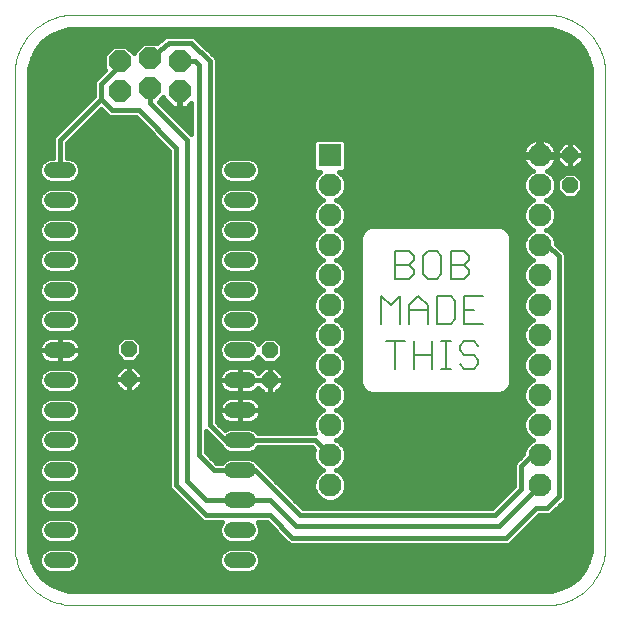
<source format=gtl>
G75*
G70*
%OFA0B0*%
%FSLAX24Y24*%
%IPPOS*%
%LPD*%
%AMOC8*
5,1,8,0,0,1.08239X$1,22.5*
%
%ADD10C,0.0000*%
%ADD11C,0.0080*%
%ADD12OC8,0.0740*%
%ADD13C,0.0520*%
%ADD14R,0.0768X0.0768*%
%ADD15C,0.0768*%
%ADD16OC8,0.0520*%
%ADD17C,0.0160*%
D10*
X003656Y003649D02*
X003656Y019397D01*
X003658Y019491D01*
X003665Y019584D01*
X003676Y019677D01*
X003692Y019770D01*
X003712Y019861D01*
X003736Y019952D01*
X003764Y020041D01*
X003797Y020129D01*
X003834Y020215D01*
X003875Y020299D01*
X003920Y020382D01*
X003969Y020462D01*
X004021Y020539D01*
X004077Y020614D01*
X004137Y020686D01*
X004200Y020756D01*
X004266Y020822D01*
X004336Y020885D01*
X004408Y020945D01*
X004483Y021001D01*
X004560Y021053D01*
X004641Y021102D01*
X004723Y021147D01*
X004807Y021188D01*
X004893Y021225D01*
X004981Y021258D01*
X005070Y021286D01*
X005161Y021310D01*
X005252Y021330D01*
X005345Y021346D01*
X005438Y021357D01*
X005531Y021364D01*
X005625Y021366D01*
X005625Y021365D02*
X021373Y021365D01*
X021373Y021366D02*
X021467Y021364D01*
X021560Y021357D01*
X021653Y021346D01*
X021746Y021330D01*
X021837Y021310D01*
X021928Y021286D01*
X022017Y021258D01*
X022105Y021225D01*
X022191Y021188D01*
X022275Y021147D01*
X022358Y021102D01*
X022438Y021053D01*
X022515Y021001D01*
X022590Y020945D01*
X022662Y020885D01*
X022732Y020822D01*
X022798Y020756D01*
X022861Y020686D01*
X022921Y020614D01*
X022977Y020539D01*
X023029Y020462D01*
X023078Y020382D01*
X023123Y020299D01*
X023164Y020215D01*
X023201Y020129D01*
X023234Y020041D01*
X023262Y019952D01*
X023286Y019861D01*
X023306Y019770D01*
X023322Y019677D01*
X023333Y019584D01*
X023340Y019491D01*
X023342Y019397D01*
X023341Y019397D02*
X023341Y003649D01*
X023342Y003649D02*
X023340Y003555D01*
X023333Y003462D01*
X023322Y003369D01*
X023306Y003276D01*
X023286Y003185D01*
X023262Y003094D01*
X023234Y003005D01*
X023201Y002917D01*
X023164Y002831D01*
X023123Y002747D01*
X023078Y002665D01*
X023029Y002584D01*
X022977Y002507D01*
X022921Y002432D01*
X022861Y002360D01*
X022798Y002290D01*
X022732Y002224D01*
X022662Y002161D01*
X022590Y002101D01*
X022515Y002045D01*
X022438Y001993D01*
X022358Y001944D01*
X022275Y001899D01*
X022191Y001858D01*
X022105Y001821D01*
X022017Y001788D01*
X021928Y001760D01*
X021837Y001736D01*
X021746Y001716D01*
X021653Y001700D01*
X021560Y001689D01*
X021467Y001682D01*
X021373Y001680D01*
X005625Y001680D01*
X005528Y001682D01*
X005432Y001689D01*
X005336Y001701D01*
X005241Y001718D01*
X005147Y001739D01*
X005053Y001765D01*
X004962Y001795D01*
X004871Y001830D01*
X004783Y001869D01*
X004697Y001912D01*
X004613Y001960D01*
X004531Y002012D01*
X004452Y002067D01*
X004376Y002127D01*
X004303Y002190D01*
X004233Y002257D01*
X004166Y002327D01*
X004103Y002400D01*
X004043Y002476D01*
X003988Y002555D01*
X003936Y002637D01*
X003888Y002721D01*
X003845Y002807D01*
X003806Y002895D01*
X003771Y002986D01*
X003741Y003077D01*
X003715Y003171D01*
X003694Y003265D01*
X003677Y003360D01*
X003665Y003456D01*
X003658Y003552D01*
X003656Y003649D01*
D11*
X015880Y011063D02*
X015880Y011983D01*
X016187Y011676D01*
X016494Y011983D01*
X016494Y011063D01*
X016801Y011063D02*
X016801Y011676D01*
X017108Y011983D01*
X017415Y011676D01*
X017415Y011063D01*
X017722Y011063D02*
X018182Y011063D01*
X018336Y011216D01*
X018336Y011830D01*
X018182Y011983D01*
X017722Y011983D01*
X017722Y011063D01*
X017415Y011523D02*
X016801Y011523D01*
X016801Y012563D02*
X016341Y012563D01*
X016341Y013483D01*
X016801Y013483D01*
X016955Y013330D01*
X016955Y013176D01*
X016801Y013023D01*
X016341Y013023D01*
X016801Y013023D02*
X016955Y012869D01*
X016955Y012716D01*
X016801Y012563D01*
X017262Y012716D02*
X017415Y012563D01*
X017722Y012563D01*
X017875Y012716D01*
X017875Y013330D01*
X017722Y013483D01*
X017415Y013483D01*
X017262Y013330D01*
X017262Y012716D01*
X018182Y012563D02*
X018182Y013483D01*
X018643Y013483D01*
X018796Y013330D01*
X018796Y013176D01*
X018643Y013023D01*
X018182Y013023D01*
X018182Y012563D02*
X018643Y012563D01*
X018796Y012716D01*
X018796Y012869D01*
X018643Y013023D01*
X018643Y011983D02*
X018643Y011063D01*
X019257Y011063D01*
X018950Y011523D02*
X018643Y011523D01*
X018643Y011983D02*
X019257Y011983D01*
X018950Y010483D02*
X018643Y010483D01*
X018489Y010330D01*
X018489Y010176D01*
X018643Y010023D01*
X018950Y010023D01*
X019103Y009869D01*
X019103Y009716D01*
X018950Y009563D01*
X018643Y009563D01*
X018489Y009716D01*
X018182Y009563D02*
X017875Y009563D01*
X018029Y009563D02*
X018029Y010483D01*
X018182Y010483D02*
X017875Y010483D01*
X017569Y010483D02*
X017569Y009563D01*
X017569Y010023D02*
X016955Y010023D01*
X016955Y009563D02*
X016955Y010483D01*
X016648Y010483D02*
X016034Y010483D01*
X016341Y010483D02*
X016341Y009563D01*
X018950Y010483D02*
X019103Y010330D01*
D12*
X009156Y018805D03*
X009156Y019805D03*
X008156Y019905D03*
X007156Y019805D03*
X007156Y018805D03*
X008156Y018905D03*
D13*
X005416Y016180D02*
X004896Y016180D01*
X004896Y015180D02*
X005416Y015180D01*
X005416Y014180D02*
X004896Y014180D01*
X004896Y013180D02*
X005416Y013180D01*
X005416Y012180D02*
X004896Y012180D01*
X004896Y011180D02*
X005416Y011180D01*
X005416Y010180D02*
X004896Y010180D01*
X004896Y009180D02*
X005416Y009180D01*
X005416Y008180D02*
X004896Y008180D01*
X004896Y007180D02*
X005416Y007180D01*
X005416Y006180D02*
X004896Y006180D01*
X004896Y005180D02*
X005416Y005180D01*
X005416Y004180D02*
X004896Y004180D01*
X004896Y003180D02*
X005416Y003180D01*
X010896Y003180D02*
X011416Y003180D01*
X011416Y004180D02*
X010896Y004180D01*
X010896Y005180D02*
X011416Y005180D01*
X011416Y006180D02*
X010896Y006180D01*
X010896Y007180D02*
X011416Y007180D01*
X011416Y008180D02*
X010896Y008180D01*
X010896Y009180D02*
X011416Y009180D01*
X011416Y010180D02*
X010896Y010180D01*
X010896Y011180D02*
X011416Y011180D01*
X011416Y012180D02*
X010896Y012180D01*
X010896Y013180D02*
X011416Y013180D01*
X011416Y014180D02*
X010896Y014180D01*
X010896Y015180D02*
X011416Y015180D01*
X011416Y016180D02*
X010896Y016180D01*
D14*
X014156Y016680D03*
D15*
X014156Y015680D03*
X014156Y014680D03*
X014156Y013680D03*
X014156Y012680D03*
X014156Y011680D03*
X014156Y010680D03*
X014156Y009680D03*
X014156Y008680D03*
X014156Y007680D03*
X014156Y006680D03*
X014156Y005680D03*
X021156Y005680D03*
X021156Y006680D03*
X021156Y007680D03*
X021156Y008680D03*
X021156Y009680D03*
X021156Y010680D03*
X021156Y011680D03*
X021156Y012680D03*
X021156Y013680D03*
X021156Y014680D03*
X021156Y015680D03*
X021156Y016680D03*
D16*
X022156Y016680D03*
X022156Y015680D03*
X012148Y010175D03*
X012148Y009175D03*
X007453Y009215D03*
X007453Y010215D03*
D17*
X007753Y009922D02*
X008791Y009922D01*
X008791Y009764D02*
X005558Y009764D01*
X005585Y009772D02*
X005647Y009804D01*
X005703Y009844D01*
X005752Y009893D01*
X005793Y009949D01*
X005824Y010011D01*
X005846Y010077D01*
X005856Y010145D01*
X005856Y010180D01*
X005156Y010180D01*
X004456Y010180D01*
X004456Y010145D01*
X004467Y010077D01*
X004489Y010011D01*
X004520Y009949D01*
X004561Y009893D01*
X004610Y009844D01*
X004666Y009804D01*
X004728Y009772D01*
X004793Y009751D01*
X004862Y009740D01*
X005156Y009740D01*
X005156Y010180D01*
X005156Y010180D01*
X004456Y010180D01*
X004456Y010215D01*
X004467Y010283D01*
X004489Y010349D01*
X004520Y010411D01*
X004561Y010467D01*
X004610Y010516D01*
X004666Y010556D01*
X004728Y010588D01*
X004793Y010609D01*
X004862Y010620D01*
X005156Y010620D01*
X005156Y010180D01*
X005156Y010180D01*
X005156Y010180D01*
X005156Y009740D01*
X005451Y009740D01*
X005519Y009751D01*
X005585Y009772D01*
X005500Y009600D02*
X005654Y009536D01*
X005772Y009418D01*
X005836Y009264D01*
X005836Y009096D01*
X005772Y008942D01*
X005654Y008824D01*
X005500Y008760D01*
X004813Y008760D01*
X004658Y008824D01*
X004540Y008942D01*
X004476Y009096D01*
X004476Y009264D01*
X004540Y009418D01*
X004658Y009536D01*
X004813Y009600D01*
X005500Y009600D01*
X005744Y009447D02*
X007061Y009447D01*
X007013Y009398D02*
X007013Y009215D01*
X007013Y009033D01*
X007270Y008775D01*
X007453Y008775D01*
X007635Y008775D01*
X007893Y009033D01*
X007893Y009215D01*
X007453Y009215D01*
X007453Y008775D01*
X007453Y009215D01*
X007453Y009215D01*
X007453Y009215D01*
X007893Y009215D01*
X007893Y009398D01*
X007635Y009655D01*
X007453Y009655D01*
X007453Y009215D01*
X007013Y009215D01*
X007453Y009215D01*
X007453Y009215D01*
X007453Y009215D01*
X007453Y009655D01*
X007270Y009655D01*
X007013Y009398D01*
X007013Y009288D02*
X005826Y009288D01*
X005836Y009130D02*
X007013Y009130D01*
X007075Y008971D02*
X005784Y008971D01*
X005627Y008813D02*
X007233Y008813D01*
X007453Y008813D02*
X007453Y008813D01*
X007453Y008971D02*
X007453Y008971D01*
X007453Y009130D02*
X007453Y009130D01*
X007453Y009288D02*
X007453Y009288D01*
X007453Y009447D02*
X007453Y009447D01*
X007453Y009605D02*
X007453Y009605D01*
X007685Y009605D02*
X008791Y009605D01*
X008791Y009447D02*
X007844Y009447D01*
X007893Y009288D02*
X008791Y009288D01*
X008791Y009130D02*
X007893Y009130D01*
X007830Y008971D02*
X008791Y008971D01*
X008791Y008813D02*
X007672Y008813D01*
X007220Y009605D02*
X004136Y009605D01*
X004136Y009447D02*
X004569Y009447D01*
X004487Y009288D02*
X004136Y009288D01*
X004136Y009130D02*
X004476Y009130D01*
X004528Y008971D02*
X004136Y008971D01*
X004136Y008813D02*
X004686Y008813D01*
X004813Y008600D02*
X004658Y008536D01*
X004540Y008418D01*
X004476Y008264D01*
X004476Y008096D01*
X004540Y007942D01*
X004658Y007824D01*
X004813Y007760D01*
X005500Y007760D01*
X005654Y007824D01*
X005772Y007942D01*
X005836Y008096D01*
X005836Y008264D01*
X005772Y008418D01*
X005654Y008536D01*
X005500Y008600D01*
X004813Y008600D01*
X004618Y008496D02*
X004136Y008496D01*
X004136Y008654D02*
X008791Y008654D01*
X008791Y008496D02*
X005695Y008496D01*
X005806Y008337D02*
X008791Y008337D01*
X008791Y008179D02*
X005836Y008179D01*
X005805Y008020D02*
X008791Y008020D01*
X008791Y007862D02*
X005692Y007862D01*
X005634Y007545D02*
X008791Y007545D01*
X008791Y007703D02*
X004136Y007703D01*
X004136Y007545D02*
X004679Y007545D01*
X004658Y007536D02*
X004540Y007418D01*
X004476Y007264D01*
X004476Y007096D01*
X004540Y006942D01*
X004658Y006824D01*
X004813Y006760D01*
X005500Y006760D01*
X005654Y006824D01*
X005772Y006942D01*
X005836Y007096D01*
X005836Y007264D01*
X005772Y007418D01*
X005654Y007536D01*
X005500Y007600D01*
X004813Y007600D01*
X004658Y007536D01*
X004527Y007386D02*
X004136Y007386D01*
X004136Y007228D02*
X004476Y007228D01*
X004488Y007069D02*
X004136Y007069D01*
X004136Y006911D02*
X004572Y006911D01*
X004658Y006536D02*
X004540Y006418D01*
X004476Y006264D01*
X004476Y006096D01*
X004540Y005942D01*
X004658Y005824D01*
X004813Y005760D01*
X005500Y005760D01*
X005654Y005824D01*
X005772Y005942D01*
X005836Y006096D01*
X005836Y006264D01*
X005772Y006418D01*
X005654Y006536D01*
X005500Y006600D01*
X004813Y006600D01*
X004658Y006536D01*
X004557Y006435D02*
X004136Y006435D01*
X004136Y006277D02*
X004482Y006277D01*
X004476Y006118D02*
X004136Y006118D01*
X004136Y005960D02*
X004533Y005960D01*
X004714Y005801D02*
X004136Y005801D01*
X004136Y005643D02*
X008791Y005643D01*
X008791Y005632D02*
X008828Y005544D01*
X009828Y004544D01*
X009895Y004477D01*
X009984Y004440D01*
X010562Y004440D01*
X010540Y004418D01*
X010476Y004264D01*
X010476Y004096D01*
X010540Y003942D01*
X010658Y003824D01*
X010813Y003760D01*
X011500Y003760D01*
X011654Y003824D01*
X011772Y003942D01*
X011836Y004096D01*
X011836Y004264D01*
X011772Y004418D01*
X011750Y004440D01*
X012057Y004440D01*
X012703Y003794D01*
X012770Y003727D01*
X012859Y003690D01*
X020079Y003690D01*
X020167Y003727D01*
X021131Y004690D01*
X021454Y004690D01*
X021542Y004727D01*
X021917Y005102D01*
X021985Y005169D01*
X022021Y005257D01*
X022021Y013353D01*
X021985Y013441D01*
X021700Y013726D01*
X022861Y013726D01*
X022861Y013568D02*
X021858Y013568D01*
X021998Y013409D02*
X022861Y013409D01*
X022861Y013251D02*
X022021Y013251D01*
X022021Y013092D02*
X022861Y013092D01*
X022861Y012934D02*
X022021Y012934D01*
X022021Y012775D02*
X022861Y012775D01*
X022861Y012617D02*
X022021Y012617D01*
X022021Y012458D02*
X022861Y012458D01*
X022861Y012300D02*
X022021Y012300D01*
X022021Y012141D02*
X022861Y012141D01*
X022861Y011983D02*
X022021Y011983D01*
X022021Y011824D02*
X022861Y011824D01*
X022861Y011666D02*
X022021Y011666D01*
X022021Y011507D02*
X022861Y011507D01*
X022861Y011349D02*
X022021Y011349D01*
X022021Y011190D02*
X022861Y011190D01*
X022861Y011032D02*
X022021Y011032D01*
X022021Y010873D02*
X022861Y010873D01*
X022861Y010715D02*
X022021Y010715D01*
X022021Y010556D02*
X022861Y010556D01*
X022861Y010398D02*
X022021Y010398D01*
X022021Y010239D02*
X022861Y010239D01*
X022861Y010081D02*
X022021Y010081D01*
X022021Y009922D02*
X022861Y009922D01*
X022861Y009764D02*
X022021Y009764D01*
X022021Y009605D02*
X022861Y009605D01*
X022861Y009447D02*
X022021Y009447D01*
X022021Y009288D02*
X022861Y009288D01*
X022861Y009130D02*
X022021Y009130D01*
X022021Y008971D02*
X022861Y008971D01*
X022861Y008813D02*
X022021Y008813D01*
X022021Y008654D02*
X022861Y008654D01*
X022861Y008496D02*
X022021Y008496D01*
X022021Y008337D02*
X022861Y008337D01*
X022861Y008179D02*
X022021Y008179D01*
X022021Y008020D02*
X022861Y008020D01*
X022861Y007862D02*
X022021Y007862D01*
X022021Y007703D02*
X022861Y007703D01*
X022861Y007545D02*
X022021Y007545D01*
X022021Y007386D02*
X022861Y007386D01*
X022861Y007228D02*
X022021Y007228D01*
X022021Y007069D02*
X022861Y007069D01*
X022861Y006911D02*
X022021Y006911D01*
X022021Y006752D02*
X022861Y006752D01*
X022861Y006594D02*
X022021Y006594D01*
X022021Y006435D02*
X022861Y006435D01*
X022861Y006277D02*
X022021Y006277D01*
X022021Y006118D02*
X022861Y006118D01*
X022861Y005960D02*
X022021Y005960D01*
X022021Y005801D02*
X022861Y005801D01*
X022861Y005643D02*
X022021Y005643D01*
X022021Y005484D02*
X022861Y005484D01*
X022861Y005326D02*
X022021Y005326D01*
X021983Y005167D02*
X022861Y005167D01*
X022861Y005009D02*
X021824Y005009D01*
X021666Y004850D02*
X022861Y004850D01*
X022861Y004692D02*
X021458Y004692D01*
X021406Y004930D02*
X021031Y004930D01*
X020031Y003930D01*
X012906Y003930D01*
X012156Y004680D01*
X010031Y004680D01*
X009031Y005680D01*
X009031Y016930D01*
X007781Y018180D01*
X006906Y018180D01*
X006531Y018555D01*
X005156Y017180D01*
X005156Y016180D01*
X004916Y016600D02*
X004813Y016600D01*
X004658Y016536D01*
X004540Y016418D01*
X004476Y016264D01*
X004476Y016096D01*
X004540Y015942D01*
X004658Y015824D01*
X004813Y015760D01*
X005500Y015760D01*
X005654Y015824D01*
X005772Y015942D01*
X005836Y016096D01*
X005836Y016264D01*
X005772Y016418D01*
X005654Y016536D01*
X005500Y016600D01*
X005396Y016600D01*
X005396Y017081D01*
X006531Y018216D01*
X006703Y018044D01*
X006770Y017977D01*
X006859Y017940D01*
X007682Y017940D01*
X008791Y016831D01*
X008791Y005632D01*
X008791Y005801D02*
X005599Y005801D01*
X005500Y005600D02*
X005654Y005536D01*
X005772Y005418D01*
X005836Y005264D01*
X005836Y005096D01*
X005772Y004942D01*
X005654Y004824D01*
X005500Y004760D01*
X004813Y004760D01*
X004658Y004824D01*
X004540Y004942D01*
X004476Y005096D01*
X004476Y005264D01*
X004540Y005418D01*
X004658Y005536D01*
X004813Y005600D01*
X005500Y005600D01*
X005706Y005484D02*
X008888Y005484D01*
X009046Y005326D02*
X005811Y005326D01*
X005836Y005167D02*
X009205Y005167D01*
X009363Y005009D02*
X005800Y005009D01*
X005680Y004850D02*
X009522Y004850D01*
X009680Y004692D02*
X004136Y004692D01*
X004136Y004850D02*
X004632Y004850D01*
X004513Y005009D02*
X004136Y005009D01*
X004136Y005167D02*
X004476Y005167D01*
X004502Y005326D02*
X004136Y005326D01*
X004136Y005484D02*
X004606Y005484D01*
X004813Y004600D02*
X004658Y004536D01*
X004540Y004418D01*
X004476Y004264D01*
X004476Y004096D01*
X004540Y003942D01*
X004658Y003824D01*
X004813Y003760D01*
X005500Y003760D01*
X005654Y003824D01*
X005772Y003942D01*
X005836Y004096D01*
X005836Y004264D01*
X005772Y004418D01*
X005654Y004536D01*
X005500Y004600D01*
X004813Y004600D01*
X004655Y004533D02*
X004136Y004533D01*
X004136Y004375D02*
X004522Y004375D01*
X004476Y004216D02*
X004136Y004216D01*
X004136Y004058D02*
X004493Y004058D01*
X004583Y003899D02*
X004136Y003899D01*
X004136Y003741D02*
X012756Y003741D01*
X012598Y003899D02*
X011729Y003899D01*
X011820Y004058D02*
X012439Y004058D01*
X012281Y004216D02*
X011836Y004216D01*
X011790Y004375D02*
X012122Y004375D01*
X011654Y003536D02*
X011500Y003600D01*
X010813Y003600D01*
X010658Y003536D01*
X010540Y003418D01*
X010476Y003264D01*
X010476Y003096D01*
X010540Y002942D01*
X010658Y002824D01*
X010813Y002760D01*
X011500Y002760D01*
X011654Y002824D01*
X011772Y002942D01*
X011836Y003096D01*
X011836Y003264D01*
X011772Y003418D01*
X011654Y003536D01*
X011543Y003582D02*
X022858Y003582D01*
X022861Y003649D02*
X022852Y003482D01*
X022778Y003157D01*
X022633Y002857D01*
X022425Y002596D01*
X022165Y002388D01*
X021865Y002244D01*
X021540Y002169D01*
X021373Y002160D01*
X021277Y002160D01*
X005625Y002160D01*
X005458Y002169D01*
X005133Y002244D01*
X004833Y002388D01*
X004572Y002596D01*
X004365Y002857D01*
X004220Y003157D01*
X004146Y003482D01*
X004136Y003649D01*
X004136Y019397D01*
X004146Y019563D01*
X004220Y019888D01*
X004365Y020188D01*
X004572Y020449D01*
X004833Y020657D01*
X005133Y020802D01*
X005458Y020876D01*
X005625Y020885D01*
X021373Y020885D01*
X021540Y020876D01*
X021865Y020802D01*
X022165Y020657D01*
X022425Y020449D01*
X022633Y020188D01*
X022778Y019888D01*
X022852Y019563D01*
X022861Y019397D01*
X022861Y003649D01*
X022861Y003741D02*
X020181Y003741D01*
X020340Y003899D02*
X022861Y003899D01*
X022861Y004058D02*
X020498Y004058D01*
X020657Y004216D02*
X022861Y004216D01*
X022861Y004375D02*
X020815Y004375D01*
X020974Y004533D02*
X022861Y004533D01*
X022839Y003424D02*
X011767Y003424D01*
X011836Y003265D02*
X022803Y003265D01*
X022754Y003107D02*
X011836Y003107D01*
X011775Y002948D02*
X022677Y002948D01*
X022580Y002790D02*
X011571Y002790D01*
X010742Y002790D02*
X005571Y002790D01*
X005500Y002760D02*
X005654Y002824D01*
X005772Y002942D01*
X005836Y003096D01*
X005836Y003264D01*
X005772Y003418D01*
X005654Y003536D01*
X005500Y003600D01*
X004813Y003600D01*
X004658Y003536D01*
X004540Y003418D01*
X004476Y003264D01*
X004476Y003096D01*
X004540Y002942D01*
X004658Y002824D01*
X004813Y002760D01*
X005500Y002760D01*
X005775Y002948D02*
X010538Y002948D01*
X010476Y003107D02*
X005836Y003107D01*
X005836Y003265D02*
X010477Y003265D01*
X010546Y003424D02*
X005767Y003424D01*
X005543Y003582D02*
X010769Y003582D01*
X010583Y003899D02*
X005729Y003899D01*
X005820Y004058D02*
X010493Y004058D01*
X010476Y004216D02*
X005836Y004216D01*
X005790Y004375D02*
X010522Y004375D01*
X009839Y004533D02*
X005657Y004533D01*
X004769Y003582D02*
X004140Y003582D01*
X004159Y003424D02*
X004546Y003424D01*
X004477Y003265D02*
X004195Y003265D01*
X004244Y003107D02*
X004476Y003107D01*
X004538Y002948D02*
X004321Y002948D01*
X004365Y002857D02*
X004365Y002857D01*
X004418Y002790D02*
X004742Y002790D01*
X004544Y002631D02*
X022453Y002631D01*
X022271Y002473D02*
X004727Y002473D01*
X004987Y002314D02*
X022011Y002314D01*
X019781Y004305D02*
X021156Y005680D01*
X021781Y005305D02*
X021781Y013305D01*
X021406Y013680D01*
X021156Y013680D01*
X021563Y014043D02*
X022861Y014043D01*
X022861Y013885D02*
X021660Y013885D01*
X021700Y013788D02*
X021617Y013988D01*
X021464Y014141D01*
X021370Y014180D01*
X021464Y014219D01*
X021617Y014372D01*
X021700Y014572D01*
X021700Y014788D01*
X021617Y014988D01*
X021464Y015141D01*
X021370Y015180D01*
X021464Y015219D01*
X021617Y015372D01*
X021700Y015572D01*
X021700Y015788D01*
X021617Y015988D01*
X021464Y016141D01*
X021396Y016169D01*
X021452Y016198D01*
X021524Y016250D01*
X021586Y016313D01*
X021639Y016384D01*
X021679Y016464D01*
X021706Y016548D01*
X021716Y016611D01*
X021716Y016498D01*
X021974Y016240D01*
X022156Y016240D01*
X022156Y016680D01*
X021716Y016680D01*
X021716Y016632D01*
X021204Y016632D01*
X021204Y016728D01*
X021108Y016728D01*
X021108Y016632D01*
X020593Y016632D01*
X020606Y016548D01*
X020634Y016464D01*
X020674Y016384D01*
X020726Y016313D01*
X020789Y016250D01*
X020861Y016198D01*
X020917Y016169D01*
X020848Y016141D01*
X020695Y015988D01*
X020613Y015788D01*
X020613Y015572D01*
X020695Y015372D01*
X020848Y015219D01*
X020942Y015180D01*
X020848Y015141D01*
X020695Y014988D01*
X020613Y014788D01*
X020613Y014572D01*
X020695Y014372D01*
X020848Y014219D01*
X020942Y014180D01*
X020848Y014141D01*
X020695Y013988D01*
X020613Y013788D01*
X020613Y013572D01*
X020695Y013372D01*
X020848Y013219D01*
X020942Y013180D01*
X020848Y013141D01*
X020695Y012988D01*
X020613Y012788D01*
X020613Y012572D01*
X020695Y012372D01*
X020848Y012219D01*
X020942Y012180D01*
X020848Y012141D01*
X020210Y012141D01*
X020210Y011983D02*
X020693Y011983D01*
X020695Y011988D02*
X020613Y011788D01*
X020613Y011572D01*
X020695Y011372D01*
X020848Y011219D01*
X020942Y011180D01*
X020848Y011141D01*
X020695Y010988D01*
X020613Y010788D01*
X020613Y010572D01*
X020695Y010372D01*
X020848Y010219D01*
X020942Y010180D01*
X020848Y010141D01*
X020695Y009988D01*
X020613Y009788D01*
X020613Y009572D01*
X020695Y009372D01*
X020848Y009219D01*
X020942Y009180D01*
X020848Y009141D01*
X020695Y008988D01*
X020613Y008788D01*
X020613Y008572D01*
X020695Y008372D01*
X020848Y008219D01*
X020942Y008180D01*
X020848Y008141D01*
X020695Y007988D01*
X020613Y007788D01*
X020613Y007572D01*
X020695Y007372D01*
X020848Y007219D01*
X020942Y007180D01*
X020848Y007141D01*
X020695Y006988D01*
X020613Y006788D01*
X020613Y006726D01*
X020328Y006441D01*
X020291Y006353D01*
X020291Y005654D01*
X019557Y004920D01*
X013256Y004920D01*
X011792Y006383D01*
X011786Y006386D01*
X011772Y006418D01*
X011654Y006536D01*
X011500Y006600D01*
X010813Y006600D01*
X010658Y006536D01*
X010542Y006420D01*
X010381Y006420D01*
X010021Y006779D01*
X010021Y007476D01*
X010520Y006977D01*
X010527Y006974D01*
X010540Y006942D01*
X010658Y006824D01*
X010813Y006760D01*
X011500Y006760D01*
X011654Y006824D01*
X011770Y006940D01*
X013557Y006940D01*
X013641Y006856D01*
X013613Y006788D01*
X013613Y006572D01*
X013695Y006372D01*
X013848Y006219D01*
X013942Y006180D01*
X013848Y006141D01*
X013695Y005988D01*
X013613Y005788D01*
X013613Y005572D01*
X013695Y005372D01*
X013848Y005219D01*
X014048Y005136D01*
X014265Y005136D01*
X014464Y005219D01*
X014617Y005372D01*
X014700Y005572D01*
X014700Y005788D01*
X014617Y005988D01*
X014464Y006141D01*
X014370Y006180D01*
X014464Y006219D01*
X014617Y006372D01*
X014700Y006572D01*
X014700Y006788D01*
X014617Y006988D01*
X014464Y007141D01*
X014370Y007180D01*
X014464Y007219D01*
X014617Y007372D01*
X014700Y007572D01*
X014700Y007788D01*
X014617Y007988D01*
X014464Y008141D01*
X014370Y008180D01*
X014464Y008219D01*
X014617Y008372D01*
X014700Y008572D01*
X014700Y008788D01*
X014617Y008988D01*
X014464Y009141D01*
X014370Y009180D01*
X014464Y009219D01*
X014617Y009372D01*
X014700Y009572D01*
X014700Y009788D01*
X014617Y009988D01*
X014464Y010141D01*
X014370Y010180D01*
X014464Y010219D01*
X014617Y010372D01*
X014700Y010572D01*
X014700Y010788D01*
X014617Y010988D01*
X014464Y011141D01*
X014370Y011180D01*
X014464Y011219D01*
X014617Y011372D01*
X014700Y011572D01*
X014700Y011788D01*
X014617Y011988D01*
X014464Y012141D01*
X014370Y012180D01*
X014464Y012219D01*
X014617Y012372D01*
X014700Y012572D01*
X014700Y012788D01*
X014617Y012988D01*
X014464Y013141D01*
X014370Y013180D01*
X014464Y013219D01*
X014617Y013372D01*
X014700Y013572D01*
X014700Y013788D01*
X014617Y013988D01*
X014464Y014141D01*
X014370Y014180D01*
X014464Y014219D01*
X014617Y014372D01*
X014700Y014572D01*
X014700Y014788D01*
X014617Y014988D01*
X014464Y015141D01*
X014370Y015180D01*
X014464Y015219D01*
X014617Y015372D01*
X014700Y015572D01*
X014700Y015788D01*
X014617Y015988D01*
X014469Y016136D01*
X014607Y016136D01*
X014700Y016230D01*
X014700Y017130D01*
X014607Y017224D01*
X013706Y017224D01*
X013613Y017130D01*
X013613Y016230D01*
X013706Y016136D01*
X013843Y016136D01*
X013695Y015988D01*
X013613Y015788D01*
X013613Y015572D01*
X013695Y015372D01*
X013848Y015219D01*
X013942Y015180D01*
X013848Y015141D01*
X013695Y014988D01*
X013613Y014788D01*
X013613Y014572D01*
X013695Y014372D01*
X013848Y014219D01*
X013942Y014180D01*
X013848Y014141D01*
X013695Y013988D01*
X013613Y013788D01*
X013613Y013572D01*
X013695Y013372D01*
X013848Y013219D01*
X013942Y013180D01*
X013848Y013141D01*
X013695Y012988D01*
X013613Y012788D01*
X013613Y012572D01*
X013695Y012372D01*
X013848Y012219D01*
X013942Y012180D01*
X013848Y012141D01*
X011836Y012141D01*
X011836Y012096D02*
X011836Y012264D01*
X011772Y012418D01*
X011654Y012536D01*
X011500Y012600D01*
X010813Y012600D01*
X010658Y012536D01*
X010540Y012418D01*
X010476Y012264D01*
X010476Y012096D01*
X010540Y011942D01*
X010658Y011824D01*
X010396Y011824D01*
X010396Y011666D02*
X013613Y011666D01*
X013613Y011572D02*
X013613Y011788D01*
X013695Y011988D01*
X013848Y012141D01*
X013768Y012300D02*
X011822Y012300D01*
X011732Y012458D02*
X013660Y012458D01*
X013613Y012617D02*
X010396Y012617D01*
X010396Y012775D02*
X010777Y012775D01*
X010813Y012760D02*
X011500Y012760D01*
X011654Y012824D01*
X011772Y012942D01*
X011836Y013096D01*
X011836Y013264D01*
X011772Y013418D01*
X011654Y013536D01*
X011500Y013600D01*
X010813Y013600D01*
X010658Y013536D01*
X010540Y013418D01*
X010476Y013264D01*
X010476Y013096D01*
X010540Y012942D01*
X010658Y012824D01*
X010813Y012760D01*
X010549Y012934D02*
X010396Y012934D01*
X010396Y013092D02*
X010478Y013092D01*
X010476Y013251D02*
X010396Y013251D01*
X010396Y013409D02*
X010537Y013409D01*
X010396Y013568D02*
X010734Y013568D01*
X010813Y013760D02*
X010658Y013824D01*
X010540Y013942D01*
X010476Y014096D01*
X010476Y014264D01*
X010540Y014418D01*
X010658Y014536D01*
X010813Y014600D01*
X011500Y014600D01*
X011654Y014536D01*
X011772Y014418D01*
X011836Y014264D01*
X011836Y014096D01*
X011772Y013942D01*
X011654Y013824D01*
X011500Y013760D01*
X010813Y013760D01*
X010598Y013885D02*
X010396Y013885D01*
X010396Y014043D02*
X010499Y014043D01*
X010476Y014202D02*
X010396Y014202D01*
X010396Y014360D02*
X010516Y014360D01*
X010396Y014519D02*
X010641Y014519D01*
X010396Y014677D02*
X013613Y014677D01*
X013632Y014836D02*
X011666Y014836D01*
X011654Y014824D02*
X011772Y014942D01*
X011836Y015096D01*
X011836Y015264D01*
X011772Y015418D01*
X011654Y015536D01*
X011500Y015600D01*
X010813Y015600D01*
X010658Y015536D01*
X010540Y015418D01*
X010476Y015264D01*
X010476Y015096D01*
X010540Y014942D01*
X010658Y014824D01*
X010813Y014760D01*
X011500Y014760D01*
X011654Y014824D01*
X011794Y014994D02*
X013701Y014994D01*
X013876Y015153D02*
X011836Y015153D01*
X011817Y015311D02*
X013756Y015311D01*
X013655Y015470D02*
X011721Y015470D01*
X011564Y015787D02*
X013613Y015787D01*
X013613Y015628D02*
X010396Y015628D01*
X010396Y015470D02*
X010592Y015470D01*
X010496Y015311D02*
X010396Y015311D01*
X010396Y015153D02*
X010476Y015153D01*
X010519Y014994D02*
X010396Y014994D01*
X010396Y014836D02*
X010647Y014836D01*
X010813Y015760D02*
X010658Y015824D01*
X010540Y015942D01*
X010476Y016096D01*
X010476Y016264D01*
X010540Y016418D01*
X010658Y016536D01*
X010813Y016600D01*
X011500Y016600D01*
X011654Y016536D01*
X011772Y016418D01*
X011836Y016264D01*
X011836Y016096D01*
X011772Y015942D01*
X011654Y015824D01*
X011500Y015760D01*
X010813Y015760D01*
X010749Y015787D02*
X010396Y015787D01*
X010396Y015945D02*
X010539Y015945D01*
X010476Y016104D02*
X010396Y016104D01*
X010396Y016262D02*
X010476Y016262D01*
X010543Y016421D02*
X010396Y016421D01*
X010396Y016579D02*
X010762Y016579D01*
X010396Y016738D02*
X013613Y016738D01*
X013613Y016896D02*
X010396Y016896D01*
X010396Y017055D02*
X013613Y017055D01*
X013695Y017213D02*
X010396Y017213D01*
X010396Y017372D02*
X022861Y017372D01*
X022861Y017530D02*
X010396Y017530D01*
X010396Y017689D02*
X022861Y017689D01*
X022861Y017847D02*
X010396Y017847D01*
X010396Y018006D02*
X022861Y018006D01*
X022861Y018164D02*
X010396Y018164D01*
X010396Y018323D02*
X022861Y018323D01*
X022861Y018481D02*
X010396Y018481D01*
X010396Y018640D02*
X022861Y018640D01*
X022861Y018798D02*
X010396Y018798D01*
X010396Y018957D02*
X022861Y018957D01*
X022861Y019115D02*
X010396Y019115D01*
X010396Y019274D02*
X022861Y019274D01*
X022859Y019432D02*
X010396Y019432D01*
X010396Y019591D02*
X022846Y019591D01*
X022810Y019749D02*
X010396Y019749D01*
X010396Y019853D02*
X010360Y019941D01*
X009735Y020566D01*
X009667Y020633D01*
X009579Y020670D01*
X008792Y020670D01*
X008755Y020673D01*
X008744Y020670D01*
X008734Y020670D01*
X008699Y020656D01*
X008664Y020644D01*
X008655Y020638D01*
X008645Y020633D01*
X008619Y020607D01*
X008393Y020418D01*
X008376Y020435D01*
X007937Y020435D01*
X007626Y020125D01*
X007626Y020085D01*
X007376Y020335D01*
X006937Y020335D01*
X006626Y020025D01*
X006626Y019585D01*
X006674Y019537D01*
X006395Y019258D01*
X006328Y019191D01*
X006291Y019103D01*
X006291Y018654D01*
X004953Y017316D01*
X004916Y017228D01*
X004916Y016600D01*
X004916Y016738D02*
X004136Y016738D01*
X004136Y016896D02*
X004916Y016896D01*
X004916Y017055D02*
X004136Y017055D01*
X004136Y017213D02*
X004916Y017213D01*
X005009Y017372D02*
X004136Y017372D01*
X004136Y017530D02*
X005167Y017530D01*
X005326Y017689D02*
X004136Y017689D01*
X004136Y017847D02*
X005484Y017847D01*
X005643Y018006D02*
X004136Y018006D01*
X004136Y018164D02*
X005801Y018164D01*
X005960Y018323D02*
X004136Y018323D01*
X004136Y018481D02*
X006118Y018481D01*
X006277Y018640D02*
X004136Y018640D01*
X004136Y018798D02*
X006291Y018798D01*
X006291Y018957D02*
X004136Y018957D01*
X004136Y019115D02*
X006296Y019115D01*
X006411Y019274D02*
X004136Y019274D01*
X004138Y019432D02*
X006569Y019432D01*
X006626Y019591D02*
X004152Y019591D01*
X004188Y019749D02*
X006626Y019749D01*
X006626Y019908D02*
X004229Y019908D01*
X004306Y020066D02*
X006668Y020066D01*
X006826Y020225D02*
X004393Y020225D01*
X004520Y020383D02*
X007885Y020383D01*
X007726Y020225D02*
X007486Y020225D01*
X007156Y019805D02*
X007156Y019680D01*
X006531Y019055D01*
X006531Y018555D01*
X006480Y018164D02*
X006583Y018164D01*
X006741Y018006D02*
X006321Y018006D01*
X006163Y017847D02*
X007775Y017847D01*
X007933Y017689D02*
X006004Y017689D01*
X005846Y017530D02*
X008092Y017530D01*
X008250Y017372D02*
X005687Y017372D01*
X005529Y017213D02*
X008409Y017213D01*
X008567Y017055D02*
X005396Y017055D01*
X005396Y016896D02*
X008726Y016896D01*
X008791Y016738D02*
X005396Y016738D01*
X005551Y016579D02*
X008791Y016579D01*
X008791Y016421D02*
X005770Y016421D01*
X005836Y016262D02*
X008791Y016262D01*
X008791Y016104D02*
X005836Y016104D01*
X005774Y015945D02*
X008791Y015945D01*
X008791Y015787D02*
X005564Y015787D01*
X005500Y015600D02*
X005654Y015536D01*
X005772Y015418D01*
X005836Y015264D01*
X005836Y015096D01*
X005772Y014942D01*
X005654Y014824D01*
X005500Y014760D01*
X004813Y014760D01*
X004658Y014824D01*
X004540Y014942D01*
X004476Y015096D01*
X004476Y015264D01*
X004540Y015418D01*
X004658Y015536D01*
X004813Y015600D01*
X005500Y015600D01*
X005721Y015470D02*
X008791Y015470D01*
X008791Y015628D02*
X004136Y015628D01*
X004136Y015470D02*
X004592Y015470D01*
X004496Y015311D02*
X004136Y015311D01*
X004136Y015153D02*
X004476Y015153D01*
X004519Y014994D02*
X004136Y014994D01*
X004136Y014836D02*
X004647Y014836D01*
X004813Y014600D02*
X004658Y014536D01*
X004540Y014418D01*
X004476Y014264D01*
X004476Y014096D01*
X004540Y013942D01*
X004658Y013824D01*
X004813Y013760D01*
X005500Y013760D01*
X005654Y013824D01*
X005772Y013942D01*
X005836Y014096D01*
X005836Y014264D01*
X005772Y014418D01*
X005654Y014536D01*
X005500Y014600D01*
X004813Y014600D01*
X004641Y014519D02*
X004136Y014519D01*
X004136Y014677D02*
X008791Y014677D01*
X008791Y014519D02*
X005672Y014519D01*
X005796Y014360D02*
X008791Y014360D01*
X008791Y014202D02*
X005836Y014202D01*
X005814Y014043D02*
X008791Y014043D01*
X008791Y013885D02*
X005715Y013885D01*
X005578Y013568D02*
X008791Y013568D01*
X008791Y013726D02*
X004136Y013726D01*
X004136Y013568D02*
X004734Y013568D01*
X004658Y013536D02*
X004813Y013600D01*
X005500Y013600D01*
X005654Y013536D01*
X005772Y013418D01*
X005836Y013264D01*
X005836Y013096D01*
X005772Y012942D01*
X005654Y012824D01*
X005500Y012760D01*
X004813Y012760D01*
X004658Y012824D01*
X004540Y012942D01*
X004476Y013096D01*
X004476Y013264D01*
X004540Y013418D01*
X004658Y013536D01*
X004537Y013409D02*
X004136Y013409D01*
X004136Y013251D02*
X004476Y013251D01*
X004478Y013092D02*
X004136Y013092D01*
X004136Y012934D02*
X004549Y012934D01*
X004777Y012775D02*
X004136Y012775D01*
X004136Y012617D02*
X008791Y012617D01*
X008791Y012775D02*
X005536Y012775D01*
X005500Y012600D02*
X005654Y012536D01*
X005772Y012418D01*
X005836Y012264D01*
X005836Y012096D01*
X005772Y011942D01*
X005654Y011824D01*
X005500Y011760D01*
X004813Y011760D01*
X004658Y011824D01*
X004136Y011824D01*
X004136Y011666D02*
X008791Y011666D01*
X008791Y011824D02*
X005654Y011824D01*
X005789Y011983D02*
X008791Y011983D01*
X008791Y012141D02*
X005836Y012141D01*
X005822Y012300D02*
X008791Y012300D01*
X008791Y012458D02*
X005732Y012458D01*
X005500Y012600D02*
X004813Y012600D01*
X004658Y012536D01*
X004540Y012418D01*
X004476Y012264D01*
X004476Y012096D01*
X004540Y011942D01*
X004658Y011824D01*
X004524Y011983D02*
X004136Y011983D01*
X004136Y012141D02*
X004476Y012141D01*
X004491Y012300D02*
X004136Y012300D01*
X004136Y012458D02*
X004580Y012458D01*
X004813Y011600D02*
X004658Y011536D01*
X004540Y011418D01*
X004476Y011264D01*
X004476Y011096D01*
X004540Y010942D01*
X004658Y010824D01*
X004813Y010760D01*
X005500Y010760D01*
X005654Y010824D01*
X005772Y010942D01*
X005836Y011096D01*
X005836Y011264D01*
X005772Y011418D01*
X005654Y011536D01*
X005500Y011600D01*
X004813Y011600D01*
X004629Y011507D02*
X004136Y011507D01*
X004136Y011349D02*
X004512Y011349D01*
X004476Y011190D02*
X004136Y011190D01*
X004136Y011032D02*
X004503Y011032D01*
X004609Y010873D02*
X004136Y010873D01*
X004136Y010715D02*
X008791Y010715D01*
X008791Y010873D02*
X005703Y010873D01*
X005810Y011032D02*
X008791Y011032D01*
X008791Y011190D02*
X005836Y011190D01*
X005801Y011349D02*
X008791Y011349D01*
X008791Y011507D02*
X005683Y011507D01*
X005519Y010609D02*
X005451Y010620D01*
X005156Y010620D01*
X005156Y010180D01*
X005856Y010180D01*
X005856Y010215D01*
X005846Y010283D01*
X005824Y010349D01*
X005793Y010411D01*
X005752Y010467D01*
X005703Y010516D01*
X005647Y010556D01*
X005585Y010588D01*
X005519Y010609D01*
X005647Y010556D02*
X007199Y010556D01*
X007279Y010635D02*
X007033Y010389D01*
X007033Y010041D01*
X007279Y009795D01*
X007627Y009795D01*
X007873Y010041D01*
X007873Y010389D01*
X007627Y010635D01*
X007279Y010635D01*
X007041Y010398D02*
X005799Y010398D01*
X005853Y010239D02*
X007033Y010239D01*
X007033Y010081D02*
X005846Y010081D01*
X005773Y009922D02*
X007152Y009922D01*
X007873Y010081D02*
X008791Y010081D01*
X008791Y010239D02*
X007873Y010239D01*
X007865Y010398D02*
X008791Y010398D01*
X008791Y010556D02*
X007706Y010556D01*
X008791Y012934D02*
X005764Y012934D01*
X005835Y013092D02*
X008791Y013092D01*
X008791Y013251D02*
X005836Y013251D01*
X005776Y013409D02*
X008791Y013409D01*
X010396Y013726D02*
X013613Y013726D01*
X013614Y013568D02*
X011578Y013568D01*
X011776Y013409D02*
X013680Y013409D01*
X013817Y013251D02*
X011836Y013251D01*
X011835Y013092D02*
X013799Y013092D01*
X013673Y012934D02*
X011764Y012934D01*
X011536Y012775D02*
X013613Y012775D01*
X013693Y011983D02*
X011789Y011983D01*
X011772Y011942D02*
X011836Y012096D01*
X011772Y011942D02*
X011654Y011824D01*
X011500Y011760D01*
X010813Y011760D01*
X010658Y011824D01*
X010524Y011983D02*
X010396Y011983D01*
X010396Y012141D02*
X010476Y012141D01*
X010491Y012300D02*
X010396Y012300D01*
X010396Y012458D02*
X010580Y012458D01*
X010813Y011600D02*
X010658Y011536D01*
X010540Y011418D01*
X010476Y011264D01*
X010476Y011096D01*
X010540Y010942D01*
X010658Y010824D01*
X010813Y010760D01*
X011500Y010760D01*
X011654Y010824D01*
X011772Y010942D01*
X011836Y011096D01*
X011836Y011264D01*
X011772Y011418D01*
X011654Y011536D01*
X011500Y011600D01*
X010813Y011600D01*
X010629Y011507D02*
X010396Y011507D01*
X010396Y011349D02*
X010512Y011349D01*
X010476Y011190D02*
X010396Y011190D01*
X010396Y011032D02*
X010503Y011032D01*
X010396Y010873D02*
X010609Y010873D01*
X010396Y010715D02*
X013613Y010715D01*
X013613Y010788D02*
X013613Y010572D01*
X013695Y010372D01*
X013848Y010219D01*
X013942Y010180D01*
X013848Y010141D01*
X013695Y009988D01*
X013613Y009788D01*
X013613Y009572D01*
X013695Y009372D01*
X013848Y009219D01*
X013942Y009180D01*
X013848Y009141D01*
X013695Y008988D01*
X013613Y008788D01*
X013613Y008572D01*
X013695Y008372D01*
X013848Y008219D01*
X013942Y008180D01*
X013848Y008141D01*
X013695Y007988D01*
X013613Y007788D01*
X013613Y007572D01*
X013675Y007420D01*
X011770Y007420D01*
X011654Y007536D01*
X011500Y007600D01*
X010813Y007600D01*
X010658Y007536D01*
X010649Y007527D01*
X010396Y007779D01*
X010396Y019853D01*
X010374Y019908D02*
X022769Y019908D01*
X022692Y020066D02*
X010235Y020066D01*
X010076Y020225D02*
X022605Y020225D01*
X022478Y020383D02*
X009918Y020383D01*
X009759Y020542D02*
X022310Y020542D01*
X022075Y020700D02*
X004923Y020700D01*
X004688Y020542D02*
X008541Y020542D01*
X008781Y020430D02*
X008156Y019905D01*
X008781Y020430D02*
X009531Y020430D01*
X010156Y019805D01*
X010156Y007680D01*
X010656Y007180D01*
X011156Y007180D01*
X013656Y007180D01*
X014156Y006680D01*
X013791Y006277D02*
X011899Y006277D01*
X011755Y006435D02*
X013669Y006435D01*
X013613Y006594D02*
X011516Y006594D01*
X011741Y006911D02*
X013586Y006911D01*
X013613Y006752D02*
X010049Y006752D01*
X010021Y006911D02*
X010572Y006911D01*
X010428Y007069D02*
X010021Y007069D01*
X010021Y007228D02*
X010269Y007228D01*
X010111Y007386D02*
X010021Y007386D01*
X010473Y007703D02*
X013613Y007703D01*
X013624Y007545D02*
X011634Y007545D01*
X011585Y007772D02*
X011647Y007804D01*
X011703Y007844D01*
X011752Y007893D01*
X011793Y007949D01*
X011824Y008011D01*
X011846Y008077D01*
X011856Y008145D01*
X011856Y008180D01*
X011156Y008180D01*
X010456Y008180D01*
X010456Y008145D01*
X010467Y008077D01*
X010489Y008011D01*
X010520Y007949D01*
X010561Y007893D01*
X010610Y007844D01*
X010666Y007804D01*
X010728Y007772D01*
X010793Y007751D01*
X010862Y007740D01*
X011156Y007740D01*
X011156Y008180D01*
X011156Y008180D01*
X010456Y008180D01*
X010456Y008215D01*
X010467Y008283D01*
X010489Y008349D01*
X010520Y008411D01*
X010561Y008467D01*
X010610Y008516D01*
X010666Y008556D01*
X010728Y008588D01*
X010793Y008609D01*
X010862Y008620D01*
X011156Y008620D01*
X011156Y008180D01*
X011156Y008180D01*
X011156Y008180D01*
X011156Y007740D01*
X011451Y007740D01*
X011519Y007751D01*
X011585Y007772D01*
X011720Y007862D02*
X013643Y007862D01*
X013727Y008020D02*
X011827Y008020D01*
X011856Y008179D02*
X013939Y008179D01*
X013730Y008337D02*
X011828Y008337D01*
X011824Y008349D02*
X011793Y008411D01*
X011752Y008467D01*
X011703Y008516D01*
X011647Y008556D01*
X011585Y008588D01*
X011519Y008609D01*
X011451Y008620D01*
X011156Y008620D01*
X011156Y008180D01*
X011856Y008180D01*
X011856Y008215D01*
X011846Y008283D01*
X011824Y008349D01*
X011723Y008496D02*
X013644Y008496D01*
X013613Y008654D02*
X010396Y008654D01*
X010396Y008496D02*
X010590Y008496D01*
X010485Y008337D02*
X010396Y008337D01*
X010396Y008179D02*
X010456Y008179D01*
X010486Y008020D02*
X010396Y008020D01*
X010396Y007862D02*
X010593Y007862D01*
X010631Y007545D02*
X010679Y007545D01*
X011156Y007862D02*
X011156Y007862D01*
X011156Y008020D02*
X011156Y008020D01*
X011156Y008179D02*
X011156Y008179D01*
X011156Y008180D02*
X011156Y008180D01*
X011156Y008337D02*
X011156Y008337D01*
X011156Y008496D02*
X011156Y008496D01*
X011156Y008740D02*
X011451Y008740D01*
X011519Y008751D01*
X011585Y008772D01*
X011647Y008804D01*
X011703Y008844D01*
X011752Y008893D01*
X011775Y008925D01*
X011965Y008735D01*
X012148Y008735D01*
X012330Y008735D01*
X012588Y008993D01*
X012588Y009175D01*
X012148Y009175D01*
X012148Y009175D01*
X012588Y009175D01*
X012588Y009357D01*
X012330Y009615D01*
X012148Y009615D01*
X012148Y009175D01*
X012148Y008735D01*
X012148Y009175D01*
X012148Y009175D01*
X012148Y009175D01*
X012148Y009615D01*
X011965Y009615D01*
X011779Y009429D01*
X011752Y009467D01*
X011703Y009516D01*
X011647Y009556D01*
X011585Y009588D01*
X011519Y009609D01*
X011451Y009620D01*
X011156Y009620D01*
X010862Y009620D01*
X010793Y009609D01*
X010728Y009588D01*
X010666Y009556D01*
X010610Y009516D01*
X010561Y009467D01*
X010520Y009411D01*
X010489Y009349D01*
X010467Y009283D01*
X010456Y009215D01*
X010456Y009180D01*
X010456Y009145D01*
X010467Y009077D01*
X010489Y009011D01*
X010520Y008949D01*
X010561Y008893D01*
X010610Y008844D01*
X010666Y008804D01*
X010728Y008772D01*
X010793Y008751D01*
X010862Y008740D01*
X011156Y008740D01*
X011156Y009180D01*
X010456Y009180D01*
X011156Y009180D01*
X011156Y009180D01*
X011156Y009180D01*
X011156Y009620D01*
X011156Y009180D01*
X011156Y009180D01*
X012156Y009180D01*
X012148Y009130D02*
X012148Y009130D01*
X012148Y009288D02*
X012148Y009288D01*
X012148Y009447D02*
X012148Y009447D01*
X012148Y009605D02*
X012148Y009605D01*
X012340Y009605D02*
X013613Y009605D01*
X013613Y009764D02*
X012330Y009764D01*
X012322Y009755D02*
X012568Y010001D01*
X012568Y010349D01*
X012322Y010595D01*
X011974Y010595D01*
X011779Y010401D01*
X011772Y010418D01*
X011654Y010536D01*
X011500Y010600D01*
X010813Y010600D01*
X010658Y010536D01*
X010540Y010418D01*
X010476Y010264D01*
X010476Y010096D01*
X010540Y009942D01*
X010658Y009824D01*
X010813Y009760D01*
X011500Y009760D01*
X011654Y009824D01*
X011772Y009942D01*
X011777Y009952D01*
X011974Y009755D01*
X012322Y009755D01*
X012488Y009922D02*
X013668Y009922D01*
X013788Y010081D02*
X012568Y010081D01*
X012568Y010239D02*
X013828Y010239D01*
X013685Y010398D02*
X012519Y010398D01*
X012361Y010556D02*
X013619Y010556D01*
X013613Y010788D02*
X013695Y010988D01*
X013848Y011141D01*
X013942Y011180D01*
X013848Y011219D01*
X013695Y011372D01*
X013613Y011572D01*
X013639Y011507D02*
X011683Y011507D01*
X011801Y011349D02*
X013719Y011349D01*
X013918Y011190D02*
X011836Y011190D01*
X011810Y011032D02*
X013739Y011032D01*
X013648Y010873D02*
X011703Y010873D01*
X011606Y010556D02*
X011935Y010556D01*
X011807Y009922D02*
X011752Y009922D01*
X011965Y009764D02*
X011508Y009764D01*
X011532Y009605D02*
X011955Y009605D01*
X011797Y009447D02*
X011767Y009447D01*
X012148Y008971D02*
X012148Y008971D01*
X012148Y008813D02*
X012148Y008813D01*
X012407Y008813D02*
X013623Y008813D01*
X013688Y008971D02*
X012566Y008971D01*
X012588Y009130D02*
X013837Y009130D01*
X013779Y009288D02*
X012588Y009288D01*
X012498Y009447D02*
X013664Y009447D01*
X014476Y009130D02*
X015157Y009130D01*
X015157Y009133D02*
X015163Y009095D01*
X015171Y009059D01*
X015183Y009023D01*
X015198Y008988D01*
X015215Y008954D01*
X015234Y008922D01*
X015257Y008892D01*
X015281Y008863D01*
X015308Y008836D01*
X015336Y008812D01*
X015367Y008790D01*
X015399Y008770D01*
X015433Y008753D01*
X015468Y008739D01*
X015503Y008727D01*
X015540Y008718D01*
X015577Y008712D01*
X015615Y008709D01*
X019749Y008709D01*
X019787Y008712D01*
X019824Y008718D01*
X019861Y008727D01*
X019896Y008739D01*
X019931Y008753D01*
X019965Y008770D01*
X019997Y008790D01*
X020028Y008812D01*
X020056Y008836D01*
X020083Y008863D01*
X020107Y008892D01*
X020130Y008922D01*
X020149Y008954D01*
X020166Y008988D01*
X020181Y009023D01*
X020193Y009059D01*
X020201Y009095D01*
X020207Y009133D01*
X020210Y009170D01*
X020210Y013875D01*
X020207Y013912D01*
X020201Y013950D01*
X020193Y013986D01*
X020181Y014022D01*
X020166Y014057D01*
X020149Y014091D01*
X020130Y014123D01*
X020107Y014153D01*
X020083Y014182D01*
X020056Y014209D01*
X020028Y014233D01*
X019997Y014255D01*
X019965Y014275D01*
X019931Y014292D01*
X019896Y014307D01*
X019861Y014318D01*
X019824Y014327D01*
X019787Y014333D01*
X019749Y014336D01*
X015615Y014336D01*
X015577Y014333D01*
X015540Y014327D01*
X015503Y014318D01*
X015468Y014307D01*
X015433Y014292D01*
X015399Y014275D01*
X015367Y014255D01*
X015336Y014233D01*
X015308Y014209D01*
X015281Y014182D01*
X015257Y014153D01*
X015234Y014123D01*
X015215Y014091D01*
X015198Y014057D01*
X015183Y014022D01*
X015171Y013986D01*
X015163Y013950D01*
X015157Y013912D01*
X015154Y013875D01*
X015154Y009170D01*
X015157Y009133D01*
X015154Y009288D02*
X014534Y009288D01*
X014648Y009447D02*
X015154Y009447D01*
X015154Y009605D02*
X014700Y009605D01*
X014700Y009764D02*
X015154Y009764D01*
X015154Y009922D02*
X014645Y009922D01*
X014525Y010081D02*
X015154Y010081D01*
X015154Y010239D02*
X014485Y010239D01*
X014628Y010398D02*
X015154Y010398D01*
X015154Y010556D02*
X014694Y010556D01*
X014700Y010715D02*
X015154Y010715D01*
X015154Y010873D02*
X014665Y010873D01*
X014574Y011032D02*
X015154Y011032D01*
X015154Y011190D02*
X014395Y011190D01*
X014594Y011349D02*
X015154Y011349D01*
X015154Y011507D02*
X014673Y011507D01*
X014700Y011666D02*
X015154Y011666D01*
X015154Y011824D02*
X014685Y011824D01*
X014620Y011983D02*
X015154Y011983D01*
X015154Y012141D02*
X014465Y012141D01*
X014545Y012300D02*
X015154Y012300D01*
X015154Y012458D02*
X014653Y012458D01*
X014700Y012617D02*
X015154Y012617D01*
X015154Y012775D02*
X014700Y012775D01*
X014640Y012934D02*
X015154Y012934D01*
X015154Y013092D02*
X014514Y013092D01*
X014496Y013251D02*
X015154Y013251D01*
X015154Y013409D02*
X014633Y013409D01*
X014698Y013568D02*
X015154Y013568D01*
X015154Y013726D02*
X014700Y013726D01*
X014660Y013885D02*
X015155Y013885D01*
X015192Y014043D02*
X014563Y014043D01*
X014422Y014202D02*
X015301Y014202D01*
X014678Y014519D02*
X020635Y014519D01*
X020613Y014677D02*
X014700Y014677D01*
X014681Y014836D02*
X020632Y014836D01*
X020701Y014994D02*
X014612Y014994D01*
X014437Y015153D02*
X020876Y015153D01*
X020756Y015311D02*
X014557Y015311D01*
X014658Y015470D02*
X020655Y015470D01*
X020613Y015628D02*
X014700Y015628D01*
X014700Y015787D02*
X020613Y015787D01*
X020678Y015945D02*
X014635Y015945D01*
X014502Y016104D02*
X020811Y016104D01*
X020777Y016262D02*
X014700Y016262D01*
X014700Y016421D02*
X020656Y016421D01*
X020602Y016579D02*
X014700Y016579D01*
X014700Y016738D02*
X020595Y016738D01*
X020593Y016728D02*
X021108Y016728D01*
X021108Y017243D01*
X021024Y017230D01*
X020940Y017203D01*
X020861Y017162D01*
X020789Y017110D01*
X020726Y017047D01*
X020674Y016976D01*
X020634Y016896D01*
X014700Y016896D01*
X014700Y017055D02*
X020734Y017055D01*
X020634Y016896D02*
X020606Y016812D01*
X020593Y016728D01*
X021108Y016738D02*
X021204Y016738D01*
X021204Y016728D02*
X021204Y017243D01*
X021288Y017230D01*
X021373Y017203D01*
X021452Y017162D01*
X021524Y017110D01*
X021586Y017047D01*
X021639Y016976D01*
X021679Y016896D01*
X021750Y016896D01*
X021716Y016862D02*
X021716Y016749D01*
X021706Y016812D01*
X021679Y016896D01*
X021716Y016862D02*
X021974Y017120D01*
X022156Y017120D01*
X022156Y016680D01*
X022156Y016680D01*
X021716Y016680D01*
X021716Y016728D01*
X021204Y016728D01*
X021204Y016896D02*
X021108Y016896D01*
X021108Y017055D02*
X021204Y017055D01*
X021204Y017213D02*
X021108Y017213D01*
X020972Y017213D02*
X014617Y017213D01*
X013613Y016579D02*
X011551Y016579D01*
X011770Y016421D02*
X013613Y016421D01*
X013613Y016262D02*
X011836Y016262D01*
X011836Y016104D02*
X013811Y016104D01*
X013678Y015945D02*
X011774Y015945D01*
X011672Y014519D02*
X013635Y014519D01*
X013707Y014360D02*
X011796Y014360D01*
X011836Y014202D02*
X013890Y014202D01*
X013750Y014043D02*
X011814Y014043D01*
X011715Y013885D02*
X013652Y013885D01*
X014606Y014360D02*
X020707Y014360D01*
X020890Y014202D02*
X020063Y014202D01*
X020172Y014043D02*
X020750Y014043D01*
X020652Y013885D02*
X020209Y013885D01*
X020210Y013726D02*
X020613Y013726D01*
X020614Y013568D02*
X020210Y013568D01*
X020210Y013409D02*
X020680Y013409D01*
X020817Y013251D02*
X020210Y013251D01*
X020210Y013092D02*
X020799Y013092D01*
X020673Y012934D02*
X020210Y012934D01*
X020210Y012775D02*
X020613Y012775D01*
X020613Y012617D02*
X020210Y012617D01*
X020210Y012458D02*
X020660Y012458D01*
X020768Y012300D02*
X020210Y012300D01*
X020695Y011988D02*
X020848Y012141D01*
X020627Y011824D02*
X020210Y011824D01*
X020210Y011666D02*
X020613Y011666D01*
X020639Y011507D02*
X020210Y011507D01*
X020210Y011349D02*
X020719Y011349D01*
X020918Y011190D02*
X020210Y011190D01*
X020210Y011032D02*
X020739Y011032D01*
X020648Y010873D02*
X020210Y010873D01*
X020210Y010715D02*
X020613Y010715D01*
X020619Y010556D02*
X020210Y010556D01*
X020210Y010398D02*
X020685Y010398D01*
X020828Y010239D02*
X020210Y010239D01*
X020210Y010081D02*
X020788Y010081D01*
X020668Y009922D02*
X020210Y009922D01*
X020210Y009764D02*
X020613Y009764D01*
X020613Y009605D02*
X020210Y009605D01*
X020210Y009447D02*
X020664Y009447D01*
X020779Y009288D02*
X020210Y009288D01*
X020207Y009130D02*
X020837Y009130D01*
X020688Y008971D02*
X020158Y008971D01*
X020028Y008813D02*
X020623Y008813D01*
X020613Y008654D02*
X014700Y008654D01*
X014690Y008813D02*
X015336Y008813D01*
X015206Y008971D02*
X014625Y008971D01*
X014669Y008496D02*
X020644Y008496D01*
X020730Y008337D02*
X014583Y008337D01*
X014374Y008179D02*
X020939Y008179D01*
X020727Y008020D02*
X014586Y008020D01*
X014670Y007862D02*
X020643Y007862D01*
X020613Y007703D02*
X014700Y007703D01*
X014689Y007545D02*
X020624Y007545D01*
X020690Y007386D02*
X014623Y007386D01*
X014473Y007228D02*
X020840Y007228D01*
X020776Y007069D02*
X014537Y007069D01*
X014650Y006911D02*
X020663Y006911D01*
X020613Y006752D02*
X014700Y006752D01*
X014700Y006594D02*
X020481Y006594D01*
X020325Y006435D02*
X014644Y006435D01*
X014522Y006277D02*
X020291Y006277D01*
X020291Y006118D02*
X014488Y006118D01*
X014629Y005960D02*
X020291Y005960D01*
X020291Y005801D02*
X014695Y005801D01*
X014700Y005643D02*
X020280Y005643D01*
X020121Y005484D02*
X014664Y005484D01*
X014571Y005326D02*
X019963Y005326D01*
X019804Y005167D02*
X014339Y005167D01*
X013974Y005167D02*
X013009Y005167D01*
X013167Y005009D02*
X019646Y005009D01*
X019656Y004680D02*
X020531Y005555D01*
X020531Y006305D01*
X020906Y006680D01*
X021156Y006680D01*
X021781Y005305D02*
X021406Y004930D01*
X019781Y004305D02*
X013031Y004305D01*
X012156Y005180D01*
X011156Y005180D01*
X010031Y005180D01*
X009406Y005805D01*
X009406Y017180D01*
X008156Y018430D01*
X008156Y018905D01*
X008482Y018481D02*
X008703Y018481D01*
X008606Y018577D02*
X008929Y018255D01*
X009136Y018255D01*
X009136Y018785D01*
X009176Y018785D01*
X009176Y018255D01*
X009384Y018255D01*
X009541Y018412D01*
X009541Y017384D01*
X008463Y018462D01*
X008606Y018605D01*
X008606Y018577D01*
X008603Y018323D02*
X008861Y018323D01*
X008762Y018164D02*
X009541Y018164D01*
X009541Y018006D02*
X008920Y018006D01*
X009079Y017847D02*
X009541Y017847D01*
X009541Y017689D02*
X009237Y017689D01*
X009396Y017530D02*
X009541Y017530D01*
X009541Y018323D02*
X009452Y018323D01*
X009176Y018323D02*
X009136Y018323D01*
X009136Y018481D02*
X009176Y018481D01*
X009176Y018640D02*
X009136Y018640D01*
X009156Y019805D02*
X009656Y019805D01*
X009781Y019680D01*
X009781Y006680D01*
X010281Y006180D01*
X011156Y006180D01*
X011656Y006180D01*
X013156Y004680D01*
X019656Y004680D01*
X013742Y005326D02*
X012850Y005326D01*
X012692Y005484D02*
X013649Y005484D01*
X013613Y005643D02*
X012533Y005643D01*
X012375Y005801D02*
X013618Y005801D01*
X013684Y005960D02*
X012216Y005960D01*
X012058Y006118D02*
X013825Y006118D01*
X010797Y006594D02*
X010207Y006594D01*
X010366Y006435D02*
X010557Y006435D01*
X008791Y006435D02*
X005755Y006435D01*
X005831Y006277D02*
X008791Y006277D01*
X008791Y006118D02*
X005836Y006118D01*
X005780Y005960D02*
X008791Y005960D01*
X008791Y006594D02*
X005516Y006594D01*
X005741Y006911D02*
X008791Y006911D01*
X008791Y007069D02*
X005825Y007069D01*
X005836Y007228D02*
X008791Y007228D01*
X008791Y007386D02*
X005786Y007386D01*
X004797Y006594D02*
X004136Y006594D01*
X004136Y006752D02*
X008791Y006752D01*
X010396Y008813D02*
X010654Y008813D01*
X010509Y008971D02*
X010396Y008971D01*
X010396Y009130D02*
X010459Y009130D01*
X010469Y009288D02*
X010396Y009288D01*
X010396Y009447D02*
X010546Y009447D01*
X010396Y009605D02*
X010781Y009605D01*
X010804Y009764D02*
X010396Y009764D01*
X010396Y009922D02*
X010560Y009922D01*
X010483Y010081D02*
X010396Y010081D01*
X010396Y010239D02*
X010476Y010239D01*
X010532Y010398D02*
X010396Y010398D01*
X010396Y010556D02*
X010707Y010556D01*
X011156Y009605D02*
X011156Y009605D01*
X011156Y009447D02*
X011156Y009447D01*
X011156Y009288D02*
X011156Y009288D01*
X011156Y009180D02*
X011156Y008740D01*
X011156Y008813D02*
X011156Y008813D01*
X011156Y008971D02*
X011156Y008971D01*
X011156Y009130D02*
X011156Y009130D01*
X011659Y008813D02*
X011888Y008813D01*
X011654Y011824D02*
X013627Y011824D01*
X008791Y014836D02*
X005666Y014836D01*
X005794Y014994D02*
X008791Y014994D01*
X008791Y015153D02*
X005836Y015153D01*
X005817Y015311D02*
X008791Y015311D01*
X004749Y015787D02*
X004136Y015787D01*
X004136Y015945D02*
X004539Y015945D01*
X004476Y016104D02*
X004136Y016104D01*
X004136Y016262D02*
X004476Y016262D01*
X004543Y016421D02*
X004136Y016421D01*
X004136Y016579D02*
X004762Y016579D01*
X004516Y014360D02*
X004136Y014360D01*
X004136Y014202D02*
X004476Y014202D01*
X004499Y014043D02*
X004136Y014043D01*
X004136Y013885D02*
X004598Y013885D01*
X004665Y010556D02*
X004136Y010556D01*
X004136Y010398D02*
X004513Y010398D01*
X004460Y010239D02*
X004136Y010239D01*
X004136Y010081D02*
X004467Y010081D01*
X004540Y009922D02*
X004136Y009922D01*
X004136Y009764D02*
X004754Y009764D01*
X005156Y009764D02*
X005156Y009764D01*
X005156Y009922D02*
X005156Y009922D01*
X005156Y010081D02*
X005156Y010081D01*
X005156Y010180D02*
X005156Y010180D01*
X005156Y010239D02*
X005156Y010239D01*
X005156Y010398D02*
X005156Y010398D01*
X005156Y010556D02*
X005156Y010556D01*
X004507Y008337D02*
X004136Y008337D01*
X004136Y008179D02*
X004476Y008179D01*
X004508Y008020D02*
X004136Y008020D01*
X004136Y007862D02*
X004621Y007862D01*
X005383Y020859D02*
X021615Y020859D01*
X021341Y017213D02*
X022861Y017213D01*
X022861Y017055D02*
X022404Y017055D01*
X022339Y017120D02*
X022596Y016862D01*
X022596Y016680D01*
X022156Y016680D01*
X022156Y016680D01*
X022156Y016680D01*
X022156Y017120D01*
X022339Y017120D01*
X022156Y017055D02*
X022156Y017055D01*
X022156Y016896D02*
X022156Y016896D01*
X022156Y016738D02*
X022156Y016738D01*
X022156Y016680D02*
X022596Y016680D01*
X022596Y016498D01*
X022339Y016240D01*
X022156Y016240D01*
X022156Y016680D01*
X022156Y016680D01*
X022156Y016579D02*
X022156Y016579D01*
X022156Y016421D02*
X022156Y016421D01*
X022156Y016262D02*
X022156Y016262D01*
X021952Y016262D02*
X021536Y016262D01*
X021502Y016104D02*
X022861Y016104D01*
X022861Y016262D02*
X022361Y016262D01*
X022330Y016100D02*
X021982Y016100D01*
X021736Y015854D01*
X021736Y015506D01*
X021982Y015260D01*
X022330Y015260D01*
X022576Y015506D01*
X022576Y015854D01*
X022330Y016100D01*
X022485Y015945D02*
X022861Y015945D01*
X022861Y015787D02*
X022576Y015787D01*
X022576Y015628D02*
X022861Y015628D01*
X022861Y015470D02*
X022540Y015470D01*
X022381Y015311D02*
X022861Y015311D01*
X022861Y015153D02*
X021437Y015153D01*
X021557Y015311D02*
X021931Y015311D01*
X021773Y015470D02*
X021658Y015470D01*
X021700Y015628D02*
X021736Y015628D01*
X021736Y015787D02*
X021700Y015787D01*
X021635Y015945D02*
X021827Y015945D01*
X021794Y016421D02*
X021657Y016421D01*
X021711Y016579D02*
X021716Y016579D01*
X021579Y017055D02*
X021909Y017055D01*
X022563Y016896D02*
X022861Y016896D01*
X022861Y016738D02*
X022596Y016738D01*
X022596Y016579D02*
X022861Y016579D01*
X022861Y016421D02*
X022519Y016421D01*
X022861Y014994D02*
X021612Y014994D01*
X021681Y014836D02*
X022861Y014836D01*
X022861Y014677D02*
X021700Y014677D01*
X021678Y014519D02*
X022861Y014519D01*
X022861Y014360D02*
X021606Y014360D01*
X021422Y014202D02*
X022861Y014202D01*
X021700Y013788D02*
X021700Y013726D01*
M02*

</source>
